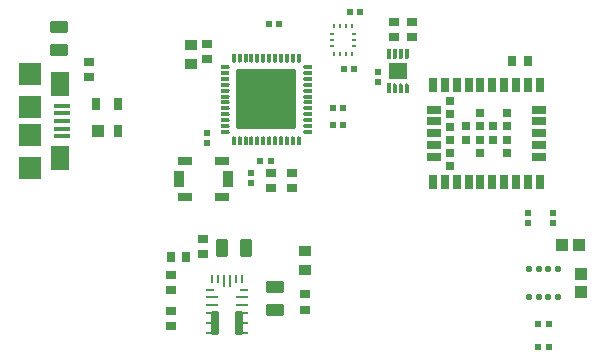
<source format=gtp>
G04*
G04 #@! TF.GenerationSoftware,Altium Limited,Altium Designer,20.2.8 (258)*
G04*
G04 Layer_Color=8421504*
%FSLAX44Y44*%
%MOMM*%
G71*
G04*
G04 #@! TF.SameCoordinates,AB2164AD-3A94-489E-A7C9-C1E693429951*
G04*
G04*
G04 #@! TF.FilePolarity,Positive*
G04*
G01*
G75*
%ADD15R,0.5400X0.6000*%
%ADD16R,0.2499X0.4501*%
%ADD17R,0.4501X0.2499*%
%ADD18R,0.9500X1.4001*%
%ADD19R,1.1501X0.7501*%
%ADD20R,1.1501X0.7000*%
%ADD21R,0.7000X1.1501*%
%ADD22R,0.7000X0.7000*%
%ADD23R,0.9000X0.7000*%
G04:AMPARAMS|DCode=24|XSize=1.95mm|YSize=0.6mm|CornerRadius=0.03mm|HoleSize=0mm|Usage=FLASHONLY|Rotation=90.000|XOffset=0mm|YOffset=0mm|HoleType=Round|Shape=RoundedRectangle|*
%AMROUNDEDRECTD24*
21,1,1.9500,0.5400,0,0,90.0*
21,1,1.8900,0.6000,0,0,90.0*
1,1,0.0600,0.2700,0.9450*
1,1,0.0600,0.2700,-0.9450*
1,1,0.0600,-0.2700,-0.9450*
1,1,0.0600,-0.2700,0.9450*
%
%ADD24ROUNDEDRECTD24*%
G04:AMPARAMS|DCode=25|XSize=0.2499mm|YSize=0.7mm|CornerRadius=0.075mm|HoleSize=0mm|Usage=FLASHONLY|Rotation=0.000|XOffset=0mm|YOffset=0mm|HoleType=Round|Shape=RoundedRectangle|*
%AMROUNDEDRECTD25*
21,1,0.2499,0.5501,0,0,0.0*
21,1,0.1000,0.7000,0,0,0.0*
1,1,0.1500,0.0500,-0.2750*
1,1,0.1500,-0.0500,-0.2750*
1,1,0.1500,-0.0500,0.2750*
1,1,0.1500,0.0500,0.2750*
%
%ADD25ROUNDEDRECTD25*%
G04:AMPARAMS|DCode=26|XSize=0.2499mm|YSize=1.1001mm|CornerRadius=0.075mm|HoleSize=0mm|Usage=FLASHONLY|Rotation=0.000|XOffset=0mm|YOffset=0mm|HoleType=Round|Shape=RoundedRectangle|*
%AMROUNDEDRECTD26*
21,1,0.2499,0.9501,0,0,0.0*
21,1,0.1000,1.1001,0,0,0.0*
1,1,0.1500,0.0500,-0.4751*
1,1,0.1500,-0.0500,-0.4751*
1,1,0.1500,-0.0500,0.4751*
1,1,0.1500,0.0500,0.4751*
%
%ADD26ROUNDEDRECTD26*%
G04:AMPARAMS|DCode=27|XSize=0.2499mm|YSize=0.7mm|CornerRadius=0.075mm|HoleSize=0mm|Usage=FLASHONLY|Rotation=90.000|XOffset=0mm|YOffset=0mm|HoleType=Round|Shape=RoundedRectangle|*
%AMROUNDEDRECTD27*
21,1,0.2499,0.5501,0,0,90.0*
21,1,0.1000,0.7000,0,0,90.0*
1,1,0.1500,0.2750,0.0500*
1,1,0.1500,0.2750,-0.0500*
1,1,0.1500,-0.2750,-0.0500*
1,1,0.1500,-0.2750,0.0500*
%
%ADD27ROUNDEDRECTD27*%
G04:AMPARAMS|DCode=28|XSize=0.2499mm|YSize=1.1001mm|CornerRadius=0.075mm|HoleSize=0mm|Usage=FLASHONLY|Rotation=90.000|XOffset=0mm|YOffset=0mm|HoleType=Round|Shape=RoundedRectangle|*
%AMROUNDEDRECTD28*
21,1,0.2499,0.9501,0,0,90.0*
21,1,0.1000,1.1001,0,0,90.0*
1,1,0.1500,0.4751,0.0500*
1,1,0.1500,0.4751,-0.0500*
1,1,0.1500,-0.4751,-0.0500*
1,1,0.1500,-0.4751,0.0500*
%
%ADD28ROUNDEDRECTD28*%
G04:AMPARAMS|DCode=29|XSize=0.2799mm|YSize=0.65mm|CornerRadius=0.0042mm|HoleSize=0mm|Usage=FLASHONLY|Rotation=180.000|XOffset=0mm|YOffset=0mm|HoleType=Round|Shape=RoundedRectangle|*
%AMROUNDEDRECTD29*
21,1,0.2799,0.6416,0,0,180.0*
21,1,0.2715,0.6500,0,0,180.0*
1,1,0.0084,-0.1358,0.3208*
1,1,0.0084,0.1358,0.3208*
1,1,0.0084,0.1358,-0.3208*
1,1,0.0084,-0.1358,-0.3208*
%
%ADD29ROUNDEDRECTD29*%
G04:AMPARAMS|DCode=30|XSize=0.65mm|YSize=0.2799mm|CornerRadius=0.0042mm|HoleSize=0mm|Usage=FLASHONLY|Rotation=180.000|XOffset=0mm|YOffset=0mm|HoleType=Round|Shape=RoundedRectangle|*
%AMROUNDEDRECTD30*
21,1,0.6500,0.2715,0,0,180.0*
21,1,0.6416,0.2799,0,0,180.0*
1,1,0.0084,-0.3208,0.1358*
1,1,0.0084,0.3208,0.1358*
1,1,0.0084,0.3208,-0.1358*
1,1,0.0084,-0.3208,-0.1358*
%
%ADD30ROUNDEDRECTD30*%
G04:AMPARAMS|DCode=31|XSize=5mm|YSize=5mm|CornerRadius=0.075mm|HoleSize=0mm|Usage=FLASHONLY|Rotation=180.000|XOffset=0mm|YOffset=0mm|HoleType=Round|Shape=RoundedRectangle|*
%AMROUNDEDRECTD31*
21,1,5.0000,4.8500,0,0,180.0*
21,1,4.8500,5.0000,0,0,180.0*
1,1,0.1500,-2.4250,2.4250*
1,1,0.1500,2.4250,2.4250*
1,1,0.1500,2.4250,-2.4250*
1,1,0.1500,-2.4250,-2.4250*
%
%ADD31ROUNDEDRECTD31*%
G04:AMPARAMS|DCode=32|XSize=0.3mm|YSize=0.7mm|CornerRadius=0.0045mm|HoleSize=0mm|Usage=FLASHONLY|Rotation=0.000|XOffset=0mm|YOffset=0mm|HoleType=Round|Shape=RoundedRectangle|*
%AMROUNDEDRECTD32*
21,1,0.3000,0.6910,0,0,0.0*
21,1,0.2910,0.7000,0,0,0.0*
1,1,0.0090,0.1455,-0.3455*
1,1,0.0090,-0.1455,-0.3455*
1,1,0.0090,-0.1455,0.3455*
1,1,0.0090,0.1455,0.3455*
%
%ADD32ROUNDEDRECTD32*%
G04:AMPARAMS|DCode=33|XSize=0.3mm|YSize=0.8499mm|CornerRadius=0.0045mm|HoleSize=0mm|Usage=FLASHONLY|Rotation=0.000|XOffset=0mm|YOffset=0mm|HoleType=Round|Shape=RoundedRectangle|*
%AMROUNDEDRECTD33*
21,1,0.3000,0.8409,0,0,0.0*
21,1,0.2910,0.8499,0,0,0.0*
1,1,0.0090,0.1455,-0.4204*
1,1,0.0090,-0.1455,-0.4204*
1,1,0.0090,-0.1455,0.4204*
1,1,0.0090,0.1455,0.4204*
%
%ADD33ROUNDEDRECTD33*%
G04:AMPARAMS|DCode=34|XSize=1.6mm|YSize=1.4001mm|CornerRadius=0.021mm|HoleSize=0mm|Usage=FLASHONLY|Rotation=0.000|XOffset=0mm|YOffset=0mm|HoleType=Round|Shape=RoundedRectangle|*
%AMROUNDEDRECTD34*
21,1,1.6000,1.3581,0,0,0.0*
21,1,1.5579,1.4001,0,0,0.0*
1,1,0.0420,0.7790,-0.6790*
1,1,0.0420,-0.7790,-0.6790*
1,1,0.0420,-0.7790,0.6790*
1,1,0.0420,0.7790,0.6790*
%
%ADD34ROUNDEDRECTD34*%
G04:AMPARAMS|DCode=35|XSize=0.5mm|YSize=0.5mm|CornerRadius=0.0625mm|HoleSize=0mm|Usage=FLASHONLY|Rotation=90.000|XOffset=0mm|YOffset=0mm|HoleType=Round|Shape=RoundedRectangle|*
%AMROUNDEDRECTD35*
21,1,0.5000,0.3750,0,0,90.0*
21,1,0.3750,0.5000,0,0,90.0*
1,1,0.1250,0.1875,0.1875*
1,1,0.1250,0.1875,-0.1875*
1,1,0.1250,-0.1875,-0.1875*
1,1,0.1250,-0.1875,0.1875*
%
%ADD35ROUNDEDRECTD35*%
G04:AMPARAMS|DCode=36|XSize=2.1001mm|YSize=1.6mm|CornerRadius=0.024mm|HoleSize=0mm|Usage=FLASHONLY|Rotation=90.000|XOffset=0mm|YOffset=0mm|HoleType=Round|Shape=RoundedRectangle|*
%AMROUNDEDRECTD36*
21,1,2.1001,1.5520,0,0,90.0*
21,1,2.0521,1.6000,0,0,90.0*
1,1,0.0480,0.7760,1.0260*
1,1,0.0480,0.7760,-1.0260*
1,1,0.0480,-0.7760,-1.0260*
1,1,0.0480,-0.7760,1.0260*
%
%ADD36ROUNDEDRECTD36*%
G04:AMPARAMS|DCode=37|XSize=1.8001mm|YSize=1.8999mm|CornerRadius=0.027mm|HoleSize=0mm|Usage=FLASHONLY|Rotation=90.000|XOffset=0mm|YOffset=0mm|HoleType=Round|Shape=RoundedRectangle|*
%AMROUNDEDRECTD37*
21,1,1.8001,1.8459,0,0,90.0*
21,1,1.7461,1.8999,0,0,90.0*
1,1,0.0540,0.9230,0.8730*
1,1,0.0540,0.9230,-0.8730*
1,1,0.0540,-0.9230,-0.8730*
1,1,0.0540,-0.9230,0.8730*
%
%ADD37ROUNDEDRECTD37*%
G04:AMPARAMS|DCode=38|XSize=1.8999mm|YSize=1.8999mm|CornerRadius=0.0285mm|HoleSize=0mm|Usage=FLASHONLY|Rotation=90.000|XOffset=0mm|YOffset=0mm|HoleType=Round|Shape=RoundedRectangle|*
%AMROUNDEDRECTD38*
21,1,1.8999,1.8429,0,0,90.0*
21,1,1.8429,1.8999,0,0,90.0*
1,1,0.0570,0.9215,0.9215*
1,1,0.0570,0.9215,-0.9215*
1,1,0.0570,-0.9215,-0.9215*
1,1,0.0570,-0.9215,0.9215*
%
%ADD38ROUNDEDRECTD38*%
G04:AMPARAMS|DCode=39|XSize=0.4001mm|YSize=1.35mm|CornerRadius=0.006mm|HoleSize=0mm|Usage=FLASHONLY|Rotation=90.000|XOffset=0mm|YOffset=0mm|HoleType=Round|Shape=RoundedRectangle|*
%AMROUNDEDRECTD39*
21,1,0.4001,1.3380,0,0,90.0*
21,1,0.3881,1.3500,0,0,90.0*
1,1,0.0120,0.6690,0.1940*
1,1,0.0120,0.6690,-0.1940*
1,1,0.0120,-0.6690,-0.1940*
1,1,0.0120,-0.6690,0.1940*
%
%ADD39ROUNDEDRECTD39*%
G04:AMPARAMS|DCode=40|XSize=1mm|YSize=1mm|CornerRadius=0.015mm|HoleSize=0mm|Usage=FLASHONLY|Rotation=90.000|XOffset=0mm|YOffset=0mm|HoleType=Round|Shape=RoundedRectangle|*
%AMROUNDEDRECTD40*
21,1,1.0000,0.9700,0,0,90.0*
21,1,0.9700,1.0000,0,0,90.0*
1,1,0.0300,0.4850,0.4850*
1,1,0.0300,0.4850,-0.4850*
1,1,0.0300,-0.4850,-0.4850*
1,1,0.0300,-0.4850,0.4850*
%
%ADD40ROUNDEDRECTD40*%
G04:AMPARAMS|DCode=41|XSize=1mm|YSize=0.6mm|CornerRadius=0.009mm|HoleSize=0mm|Usage=FLASHONLY|Rotation=90.000|XOffset=0mm|YOffset=0mm|HoleType=Round|Shape=RoundedRectangle|*
%AMROUNDEDRECTD41*
21,1,1.0000,0.5820,0,0,90.0*
21,1,0.9820,0.6000,0,0,90.0*
1,1,0.0180,0.2910,0.4910*
1,1,0.0180,0.2910,-0.4910*
1,1,0.0180,-0.2910,-0.4910*
1,1,0.0180,-0.2910,0.4910*
%
%ADD41ROUNDEDRECTD41*%
G04:AMPARAMS|DCode=42|XSize=0.8999mm|YSize=0.95mm|CornerRadius=0.0135mm|HoleSize=0mm|Usage=FLASHONLY|Rotation=270.000|XOffset=0mm|YOffset=0mm|HoleType=Round|Shape=RoundedRectangle|*
%AMROUNDEDRECTD42*
21,1,0.8999,0.9230,0,0,270.0*
21,1,0.8729,0.9500,0,0,270.0*
1,1,0.0270,-0.4615,-0.4365*
1,1,0.0270,-0.4615,0.4365*
1,1,0.0270,0.4615,0.4365*
1,1,0.0270,0.4615,-0.4365*
%
%ADD42ROUNDEDRECTD42*%
G04:AMPARAMS|DCode=43|XSize=0.95mm|YSize=1.4501mm|CornerRadius=0.0143mm|HoleSize=0mm|Usage=FLASHONLY|Rotation=90.000|XOffset=0mm|YOffset=0mm|HoleType=Round|Shape=RoundedRectangle|*
%AMROUNDEDRECTD43*
21,1,0.9500,1.4216,0,0,90.0*
21,1,0.9215,1.4501,0,0,90.0*
1,1,0.0285,0.7108,0.4607*
1,1,0.0285,0.7108,-0.4607*
1,1,0.0285,-0.7108,-0.4607*
1,1,0.0285,-0.7108,0.4607*
%
%ADD43ROUNDEDRECTD43*%
G04:AMPARAMS|DCode=44|XSize=0.95mm|YSize=1.4501mm|CornerRadius=0.0143mm|HoleSize=0mm|Usage=FLASHONLY|Rotation=180.000|XOffset=0mm|YOffset=0mm|HoleType=Round|Shape=RoundedRectangle|*
%AMROUNDEDRECTD44*
21,1,0.9500,1.4216,0,0,180.0*
21,1,0.9215,1.4501,0,0,180.0*
1,1,0.0285,-0.4607,0.7108*
1,1,0.0285,0.4607,0.7108*
1,1,0.0285,0.4607,-0.7108*
1,1,0.0285,-0.4607,-0.7108*
%
%ADD44ROUNDEDRECTD44*%
%ADD45R,0.6000X0.5400*%
%ADD46R,0.7000X0.9000*%
%ADD47R,1.0200X1.0400*%
%ADD48R,1.0400X1.0200*%
G36*
X547599Y520348D02*
Y520180D01*
X547470Y519868D01*
X547231Y519629D01*
X546920Y519500D01*
X546751D01*
X546582Y519500D01*
X546269Y519629D01*
X546030Y519867D01*
X545900Y520179D01*
X545900Y520348D01*
X545900Y520348D01*
Y526749D01*
X547599D01*
Y520348D01*
D02*
G37*
G36*
X542600Y520348D02*
X542600Y520179D01*
X542470Y519867D01*
X542231Y519629D01*
X541918Y519500D01*
X541749Y519500D01*
X541581Y519500D01*
X541269Y519629D01*
X541030Y519868D01*
X540901Y520180D01*
Y520348D01*
Y526749D01*
X542600D01*
Y520348D01*
D02*
G37*
G36*
X537599Y520348D02*
Y520180D01*
X537470Y519868D01*
X537231Y519629D01*
X536920Y519500D01*
X536751D01*
X536582Y519500D01*
X536269Y519629D01*
X536030Y519867D01*
X535900Y520179D01*
X535900Y520348D01*
X535900Y520348D01*
Y526749D01*
X537599D01*
Y520348D01*
D02*
G37*
G36*
X532600Y520348D02*
X532600Y520179D01*
X532470Y519867D01*
X532231Y519629D01*
X531918Y519500D01*
X531749Y519500D01*
X531581Y519500D01*
X531269Y519629D01*
X531030Y519868D01*
X530901Y520180D01*
Y520348D01*
Y526749D01*
X532600D01*
Y520348D01*
D02*
G37*
G36*
X527599Y520348D02*
Y520180D01*
X527470Y519868D01*
X527231Y519629D01*
X526920Y519500D01*
X526751D01*
X526582Y519500D01*
X526269Y519629D01*
X526030Y519867D01*
X525900Y520179D01*
X525900Y520348D01*
X525900Y520348D01*
Y526749D01*
X527599D01*
Y520348D01*
D02*
G37*
G36*
X522600Y520348D02*
X522600Y520179D01*
X522470Y519867D01*
X522231Y519629D01*
X521918Y519500D01*
X521750Y519500D01*
X521581Y519500D01*
X521269Y519629D01*
X521030Y519868D01*
X520901Y520180D01*
Y520348D01*
Y526749D01*
X522600D01*
Y520348D01*
D02*
G37*
G36*
X517599Y520348D02*
Y520180D01*
X517470Y519868D01*
X517231Y519629D01*
X516920Y519500D01*
X516751D01*
X516582Y519500D01*
X516269Y519629D01*
X516030Y519867D01*
X515900Y520179D01*
X515900Y520348D01*
X515900Y520348D01*
Y526749D01*
X517599D01*
Y520348D01*
D02*
G37*
G36*
X512600Y520348D02*
X512600Y520179D01*
X512470Y519867D01*
X512231Y519629D01*
X511919Y519500D01*
X511750Y519500D01*
X511581Y519500D01*
X511269Y519629D01*
X511030Y519868D01*
X510901Y520180D01*
Y520348D01*
Y526749D01*
X512600D01*
Y520348D01*
D02*
G37*
G36*
X507882Y516719D02*
X508120Y516480D01*
X508249Y516169D01*
Y516000D01*
X508250Y515831D01*
X508121Y515518D01*
X507882Y515279D01*
X507570Y515149D01*
X507401Y515149D01*
Y515149D01*
X501000D01*
Y516848D01*
X507570D01*
X507882Y516719D01*
D02*
G37*
G36*
X507570Y511849D02*
X507882Y511720D01*
X508121Y511480D01*
X508250Y511168D01*
X508249Y510999D01*
Y510830D01*
X508120Y510518D01*
X507882Y510279D01*
X507570Y510150D01*
X501000D01*
Y511850D01*
X507401D01*
X507570Y511849D01*
D02*
G37*
G36*
X507882Y506719D02*
X508120Y506480D01*
X508249Y506169D01*
Y506000D01*
X508250Y505831D01*
X508121Y505518D01*
X507882Y505279D01*
X507570Y505149D01*
X507401Y505149D01*
Y505149D01*
X501000D01*
Y506848D01*
X507570D01*
X507882Y506719D01*
D02*
G37*
G36*
X507570Y501849D02*
X507882Y501720D01*
X508121Y501480D01*
X508250Y501168D01*
X508249Y500999D01*
Y500830D01*
X508120Y500518D01*
X507882Y500280D01*
X507570Y500150D01*
X501000D01*
Y501850D01*
X507401D01*
X507570Y501849D01*
D02*
G37*
G36*
X545900Y498850D02*
X532550D01*
Y512200D01*
X545900D01*
Y498850D01*
D02*
G37*
G36*
X528900D02*
X515549D01*
Y512200D01*
X528900D01*
Y498850D01*
D02*
G37*
G36*
X507882Y496719D02*
X508120Y496480D01*
X508249Y496169D01*
Y496000D01*
X508250Y495831D01*
X508121Y495518D01*
X507882Y495279D01*
X507570Y495149D01*
X507401Y495149D01*
Y495149D01*
X501000D01*
Y496848D01*
X507570D01*
X507882Y496719D01*
D02*
G37*
G36*
X507570Y491849D02*
X507882Y491720D01*
X508121Y491480D01*
X508250Y491168D01*
X508249Y490999D01*
Y490830D01*
X508120Y490518D01*
X507882Y490280D01*
X507570Y490150D01*
X501000D01*
Y491850D01*
X507401D01*
X507570Y491849D01*
D02*
G37*
G36*
X507882Y486719D02*
X508120Y486480D01*
X508249Y486169D01*
Y486000D01*
X508250Y485831D01*
X508121Y485518D01*
X507882Y485279D01*
X507570Y485149D01*
X507401Y485149D01*
Y485149D01*
X501000D01*
Y486848D01*
X507570D01*
X507882Y486719D01*
D02*
G37*
G36*
X545900Y481850D02*
X532550D01*
Y495200D01*
X545900D01*
Y481850D01*
D02*
G37*
G36*
X528900D02*
X515549D01*
Y495200D01*
X528900D01*
Y481850D01*
D02*
G37*
G36*
X507570Y481849D02*
X507882Y481720D01*
X508121Y481480D01*
X508250Y481168D01*
X508249Y480999D01*
Y480830D01*
X508120Y480518D01*
X507882Y480280D01*
X507570Y480150D01*
X501000D01*
Y481850D01*
X507401D01*
X507570Y481849D01*
D02*
G37*
G36*
X507882Y476719D02*
X508120Y476481D01*
X508249Y476169D01*
Y476000D01*
X508250Y475831D01*
X508121Y475518D01*
X507882Y475279D01*
X507570Y475149D01*
X507401Y475149D01*
Y475149D01*
X501000D01*
Y476848D01*
X507570D01*
X507882Y476719D01*
D02*
G37*
G36*
X507570Y471849D02*
X507882Y471720D01*
X508121Y471480D01*
X508250Y471168D01*
X508249Y470999D01*
Y470830D01*
X508120Y470518D01*
X507882Y470280D01*
X507570Y470150D01*
X501000D01*
Y471850D01*
X507401D01*
X507570Y471849D01*
D02*
G37*
G36*
X507882Y466719D02*
X508120Y466481D01*
X508249Y466169D01*
Y466000D01*
X508250Y465831D01*
X508121Y465519D01*
X507882Y465279D01*
X507570Y465149D01*
X507401Y465149D01*
Y465149D01*
X501000D01*
Y466848D01*
X507570D01*
X507882Y466719D01*
D02*
G37*
G36*
X545900Y464849D02*
X532550D01*
Y478200D01*
X545900D01*
Y464849D01*
D02*
G37*
G36*
X528900D02*
X515549D01*
Y478200D01*
X528900D01*
Y464849D01*
D02*
G37*
G36*
X507570Y461849D02*
X507882Y461720D01*
X508121Y461480D01*
X508250Y461168D01*
X508249Y460999D01*
Y460830D01*
X508120Y460518D01*
X507882Y460280D01*
X507570Y460150D01*
X501000D01*
Y461850D01*
X507401D01*
X507570Y461849D01*
D02*
G37*
G36*
X546751Y457499D02*
X546920D01*
X547231Y457369D01*
X547470Y457131D01*
X547599Y456819D01*
Y456650D01*
Y450249D01*
X545900D01*
X545900Y456650D01*
X545900Y456819D01*
X546030Y457131D01*
X546269Y457370D01*
X546582Y457499D01*
X546751Y457499D01*
D02*
G37*
G36*
X542231Y457370D02*
X542470Y457131D01*
X542600Y456819D01*
X542600Y456650D01*
Y450249D01*
X540901D01*
Y456650D01*
Y456819D01*
X541030Y457131D01*
X541269Y457369D01*
X541581Y457499D01*
X541749D01*
X541918Y457499D01*
X542231Y457370D01*
D02*
G37*
G36*
X536751Y457499D02*
X536920D01*
X537231Y457369D01*
X537470Y457131D01*
X537599Y456819D01*
Y456650D01*
Y450249D01*
X535900D01*
X535900Y456650D01*
X535900Y456819D01*
X536030Y457131D01*
X536269Y457370D01*
X536582Y457499D01*
X536751Y457499D01*
D02*
G37*
G36*
X532231Y457370D02*
X532470Y457131D01*
X532600Y456819D01*
X532600Y456650D01*
Y450249D01*
X530901D01*
Y456650D01*
Y456819D01*
X531030Y457131D01*
X531269Y457369D01*
X531581Y457499D01*
X531749D01*
X531918Y457499D01*
X532231Y457370D01*
D02*
G37*
G36*
X526751Y457499D02*
X526920D01*
X527231Y457369D01*
X527470Y457131D01*
X527599Y456819D01*
Y456650D01*
Y450249D01*
X525900D01*
X525900Y456650D01*
X525900Y456819D01*
X526030Y457131D01*
X526269Y457370D01*
X526582Y457499D01*
X526751Y457499D01*
D02*
G37*
G36*
X522231Y457370D02*
X522470Y457131D01*
X522600Y456819D01*
X522600Y456650D01*
Y450249D01*
X520901D01*
Y456650D01*
Y456819D01*
X521030Y457131D01*
X521269Y457369D01*
X521581Y457499D01*
X521749D01*
X521918Y457499D01*
X522231Y457370D01*
D02*
G37*
G36*
X516751Y457499D02*
X516920D01*
X517231Y457369D01*
X517470Y457131D01*
X517599Y456819D01*
Y456650D01*
Y450249D01*
X515900D01*
X515900Y456650D01*
X515900Y456819D01*
X516030Y457131D01*
X516269Y457370D01*
X516582Y457499D01*
X516751Y457499D01*
D02*
G37*
G36*
X512231Y457370D02*
X512470Y457131D01*
X512600Y456819D01*
X512600Y456650D01*
Y450249D01*
X510901D01*
Y456650D01*
Y456819D01*
X511030Y457131D01*
X511269Y457369D01*
X511581Y457499D01*
X511749D01*
X511919Y457499D01*
X512231Y457370D01*
D02*
G37*
G36*
X659750Y524250D02*
Y523971D01*
X659537Y523457D01*
X659143Y523063D01*
X658629Y522850D01*
X657871D01*
X657357Y523063D01*
X656963Y523457D01*
X656750Y523971D01*
Y524250D01*
Y531250D01*
X659750D01*
Y524250D01*
D02*
G37*
G36*
X654751D02*
Y523971D01*
X654538Y523457D01*
X654144Y523063D01*
X653630Y522850D01*
X652872D01*
X652358Y523063D01*
X651964Y523457D01*
X651751Y523971D01*
Y524250D01*
Y531250D01*
X654751D01*
Y524250D01*
D02*
G37*
G36*
X649750D02*
Y523971D01*
X649537Y523457D01*
X649143Y523063D01*
X648629Y522850D01*
X647871D01*
X647357Y523063D01*
X646963Y523457D01*
X646750Y523971D01*
Y524250D01*
Y531250D01*
X649750D01*
Y524250D01*
D02*
G37*
G36*
X644751Y524199D02*
Y523921D01*
X644538Y523406D01*
X644144Y523013D01*
X643630Y522800D01*
X642872D01*
X642358Y523013D01*
X641964Y523406D01*
X641751Y523921D01*
Y524199D01*
Y531199D01*
X644751D01*
Y524199D01*
D02*
G37*
G36*
X567599Y520348D02*
Y520180D01*
X567470Y519868D01*
X567231Y519629D01*
X566920Y519500D01*
X566751D01*
X566582Y519500D01*
X566269Y519629D01*
X566030Y519867D01*
X565900Y520179D01*
X565900Y520348D01*
X565900Y520348D01*
Y526749D01*
X567599D01*
Y520348D01*
D02*
G37*
G36*
X562600Y520348D02*
X562600Y520179D01*
X562470Y519867D01*
X562231Y519629D01*
X561918Y519500D01*
X561749Y519500D01*
X561581Y519500D01*
X561269Y519629D01*
X561030Y519868D01*
X560901Y520180D01*
Y520348D01*
Y526749D01*
X562600D01*
Y520348D01*
D02*
G37*
G36*
X557599Y520348D02*
Y520180D01*
X557470Y519868D01*
X557231Y519629D01*
X556920Y519500D01*
X556751D01*
X556582Y519500D01*
X556269Y519629D01*
X556030Y519867D01*
X555900Y520179D01*
X555900Y520348D01*
X555900Y520348D01*
Y526749D01*
X557599D01*
Y520348D01*
D02*
G37*
G36*
X552600Y520348D02*
X552600Y520179D01*
X552470Y519867D01*
X552231Y519629D01*
X551918Y519500D01*
X551749Y519500D01*
X551581Y519500D01*
X551269Y519629D01*
X551030Y519868D01*
X550901Y520180D01*
Y520348D01*
Y526749D01*
X552600D01*
Y520348D01*
D02*
G37*
G36*
X577500Y515149D02*
X571099Y515149D01*
X570930Y515149D01*
X570618Y515279D01*
X570379Y515518D01*
X570251Y515831D01*
X570251Y516000D01*
X570251Y516169D01*
X570380Y516480D01*
X570619Y516719D01*
X570930Y516848D01*
X577500D01*
Y515149D01*
D02*
G37*
G36*
X658251Y513501D02*
X651751D01*
Y519000D01*
X658251D01*
Y513501D01*
D02*
G37*
G36*
X649750D02*
X643250D01*
Y519000D01*
X649750D01*
Y513501D01*
D02*
G37*
G36*
X577500Y510150D02*
X570930D01*
X570619Y510279D01*
X570380Y510518D01*
X570251Y510830D01*
Y510999D01*
X570251Y511168D01*
X570379Y511480D01*
X570618Y511720D01*
X570930Y511849D01*
X571099Y511850D01*
X577500D01*
Y510150D01*
D02*
G37*
G36*
X658251Y506000D02*
X651751D01*
Y511499D01*
X658251D01*
Y506000D01*
D02*
G37*
G36*
X649750D02*
X643250D01*
Y511499D01*
X649750D01*
Y506000D01*
D02*
G37*
G36*
X577500Y505149D02*
X571099Y505149D01*
X570930Y505149D01*
X570618Y505279D01*
X570379Y505518D01*
X570251Y505831D01*
X570251Y506000D01*
X570251Y506169D01*
X570380Y506480D01*
X570619Y506719D01*
X570930Y506848D01*
X577500D01*
Y505149D01*
D02*
G37*
G36*
Y500150D02*
X570930D01*
X570619Y500280D01*
X570380Y500518D01*
X570251Y500830D01*
Y500999D01*
X570251Y501168D01*
X570379Y501480D01*
X570618Y501720D01*
X570930Y501849D01*
X571099Y501850D01*
X577500D01*
Y500150D01*
D02*
G37*
G36*
X562900Y498850D02*
X549550D01*
Y512200D01*
X562900D01*
Y498850D01*
D02*
G37*
G36*
X577500Y495149D02*
X571099Y495149D01*
X570930Y495149D01*
X570618Y495279D01*
X570379Y495518D01*
X570251Y495831D01*
X570251Y496000D01*
X570251Y496169D01*
X570380Y496480D01*
X570619Y496719D01*
X570930Y496848D01*
X577500D01*
Y495149D01*
D02*
G37*
G36*
X659143Y501936D02*
X659537Y501543D01*
X659750Y501028D01*
Y500750D01*
Y493750D01*
X656750D01*
Y500750D01*
Y501028D01*
X656963Y501543D01*
X657357Y501936D01*
X657871Y502149D01*
X658629D01*
X659143Y501936D01*
D02*
G37*
G36*
X654144D02*
X654538Y501543D01*
X654751Y501028D01*
Y500750D01*
Y493750D01*
X651751D01*
Y500750D01*
Y501028D01*
X651964Y501543D01*
X652358Y501936D01*
X652872Y502149D01*
X653630D01*
X654144Y501936D01*
D02*
G37*
G36*
X649143D02*
X649537Y501543D01*
X649750Y501028D01*
Y500750D01*
Y493750D01*
X646750D01*
Y500750D01*
Y501028D01*
X646963Y501543D01*
X647357Y501936D01*
X647871Y502149D01*
X648629D01*
X649143Y501936D01*
D02*
G37*
G36*
X644751Y493750D02*
X641751D01*
Y502251D01*
X644751D01*
Y493750D01*
D02*
G37*
G36*
X577500Y490150D02*
X570930D01*
X570619Y490280D01*
X570380Y490518D01*
X570251Y490830D01*
Y490999D01*
X570251Y491168D01*
X570379Y491480D01*
X570618Y491720D01*
X570930Y491849D01*
X571099Y491850D01*
X577500D01*
Y490150D01*
D02*
G37*
G36*
Y485149D02*
X571099Y485149D01*
X570930Y485149D01*
X570618Y485279D01*
X570379Y485518D01*
X570251Y485831D01*
X570251Y486000D01*
X570251Y486169D01*
X570380Y486480D01*
X570619Y486719D01*
X570930Y486848D01*
X577500D01*
Y485149D01*
D02*
G37*
G36*
X562900Y481850D02*
X549550D01*
Y495200D01*
X562900D01*
Y481850D01*
D02*
G37*
G36*
X577500Y480150D02*
X570930D01*
X570619Y480280D01*
X570380Y480518D01*
X570251Y480830D01*
Y480999D01*
X570251Y481168D01*
X570379Y481480D01*
X570618Y481720D01*
X570930Y481849D01*
X571099Y481850D01*
X577500D01*
Y480150D01*
D02*
G37*
G36*
Y475149D02*
X571099Y475149D01*
X570930Y475149D01*
X570618Y475279D01*
X570379Y475518D01*
X570251Y475831D01*
X570251Y476000D01*
X570251Y476169D01*
X570380Y476481D01*
X570619Y476719D01*
X570930Y476848D01*
X577500D01*
Y475149D01*
D02*
G37*
G36*
Y470150D02*
X570930D01*
X570619Y470280D01*
X570380Y470518D01*
X570251Y470830D01*
Y470999D01*
X570251Y471168D01*
X570379Y471480D01*
X570618Y471720D01*
X570930Y471849D01*
X571099Y471850D01*
X577500D01*
Y470150D01*
D02*
G37*
G36*
Y465149D02*
X571099Y465149D01*
X570930Y465149D01*
X570618Y465279D01*
X570379Y465519D01*
X570251Y465831D01*
X570251Y466000D01*
X570251Y466169D01*
X570380Y466481D01*
X570619Y466719D01*
X570930Y466848D01*
X577500D01*
Y465149D01*
D02*
G37*
G36*
X562900Y464849D02*
X549550D01*
Y478200D01*
X562900D01*
Y464849D01*
D02*
G37*
G36*
X577500Y460150D02*
X570930D01*
X570619Y460280D01*
X570380Y460518D01*
X570251Y460830D01*
Y460999D01*
X570251Y461168D01*
X570379Y461480D01*
X570618Y461720D01*
X570930Y461849D01*
X571099Y461850D01*
X577500D01*
Y460150D01*
D02*
G37*
G36*
X566751Y457499D02*
X566920D01*
X567231Y457369D01*
X567470Y457131D01*
X567599Y456819D01*
Y456650D01*
Y450249D01*
X565900D01*
X565900Y456650D01*
X565900Y456819D01*
X566030Y457131D01*
X566269Y457370D01*
X566582Y457499D01*
X566751Y457499D01*
D02*
G37*
G36*
X562231Y457370D02*
X562470Y457131D01*
X562600Y456819D01*
X562600Y456650D01*
Y450249D01*
X560901D01*
Y456650D01*
Y456819D01*
X561030Y457131D01*
X561269Y457369D01*
X561581Y457499D01*
X561749D01*
X561918Y457499D01*
X562231Y457370D01*
D02*
G37*
G36*
X556751Y457499D02*
X556920D01*
X557231Y457369D01*
X557470Y457131D01*
X557599Y456819D01*
Y456650D01*
Y450249D01*
X555900D01*
X555900Y456650D01*
X555900Y456819D01*
X556030Y457131D01*
X556269Y457370D01*
X556582Y457499D01*
X556751Y457499D01*
D02*
G37*
G36*
X552231Y457370D02*
X552470Y457131D01*
X552600Y456819D01*
X552600Y456650D01*
Y450249D01*
X550901D01*
Y456650D01*
Y456819D01*
X551030Y457131D01*
X551269Y457369D01*
X551581Y457499D01*
X551749D01*
X551918Y457499D01*
X552231Y457370D01*
D02*
G37*
D15*
X543070Y436750D02*
D03*
X534430D02*
D03*
X541430Y552750D02*
D03*
X550070D02*
D03*
X605180Y514000D02*
D03*
X613820D02*
D03*
X618820Y562750D02*
D03*
X610180D02*
D03*
X604320Y481000D02*
D03*
X595680D02*
D03*
X604320Y467000D02*
D03*
X595680D02*
D03*
X769680Y279000D02*
D03*
X778320D02*
D03*
X769680Y298000D02*
D03*
X778320D02*
D03*
D16*
X596499Y527250D02*
D03*
X601501D02*
D03*
X606499D02*
D03*
X611501D02*
D03*
Y550750D02*
D03*
X606499D02*
D03*
X601501D02*
D03*
X596499D02*
D03*
D17*
X613251Y533999D02*
D03*
Y539000D02*
D03*
Y544001D02*
D03*
X594749D02*
D03*
Y539000D02*
D03*
Y533999D02*
D03*
D18*
X507000Y421000D02*
D03*
X465502D02*
D03*
D19*
X502001Y405750D02*
D03*
Y436250D02*
D03*
X470500Y405750D02*
D03*
Y436250D02*
D03*
D20*
X681419Y439890D02*
D03*
X769921Y459890D02*
D03*
Y449890D02*
D03*
Y439890D02*
D03*
Y469890D02*
D03*
Y479890D02*
D03*
X681419Y449890D02*
D03*
Y459890D02*
D03*
Y479890D02*
D03*
Y469890D02*
D03*
D21*
X680670Y418640D02*
D03*
X690670D02*
D03*
X700670D02*
D03*
X710670D02*
D03*
X720670D02*
D03*
X730670D02*
D03*
X740670D02*
D03*
X750670D02*
D03*
X760670D02*
D03*
X770670D02*
D03*
X680670Y501139D02*
D03*
X690670D02*
D03*
X700670D02*
D03*
X710670D02*
D03*
X720670D02*
D03*
X730670D02*
D03*
X740670D02*
D03*
X750670D02*
D03*
X760670D02*
D03*
X770670D02*
D03*
D22*
X695168Y465389D02*
D03*
Y476390D02*
D03*
Y487391D02*
D03*
Y454391D02*
D03*
Y443390D02*
D03*
Y432389D02*
D03*
X708470Y454391D02*
D03*
Y465889D02*
D03*
X719969Y454391D02*
D03*
Y442890D02*
D03*
Y465889D02*
D03*
Y477391D02*
D03*
X731470Y465889D02*
D03*
Y454391D02*
D03*
X742969D02*
D03*
Y465889D02*
D03*
Y477391D02*
D03*
Y442890D02*
D03*
D23*
X572000Y310500D02*
D03*
Y323500D02*
D03*
X561000Y426500D02*
D03*
Y413500D02*
D03*
X458750Y327000D02*
D03*
Y340000D02*
D03*
X459000Y309500D02*
D03*
Y296500D02*
D03*
X485750Y370250D02*
D03*
Y357250D02*
D03*
X389000Y520500D02*
D03*
Y507500D02*
D03*
X647750Y541250D02*
D03*
Y554250D02*
D03*
X663000D02*
D03*
Y541250D02*
D03*
X543000Y426500D02*
D03*
Y413500D02*
D03*
X489250Y522500D02*
D03*
Y535500D02*
D03*
D24*
X516000Y299501D02*
D03*
X496000D02*
D03*
D25*
X493501Y336501D02*
D03*
X498499D02*
D03*
X513501D02*
D03*
X518499D02*
D03*
D26*
X503501Y334499D02*
D03*
X508499D02*
D03*
D27*
X520501Y327499D02*
D03*
Y307999D02*
D03*
Y299501D02*
D03*
Y290999D02*
D03*
X491499D02*
D03*
Y299501D02*
D03*
Y307999D02*
D03*
Y327499D02*
D03*
D28*
X518499Y320999D02*
D03*
Y314499D02*
D03*
X493501D02*
D03*
Y320999D02*
D03*
D29*
X566751Y453249D02*
D03*
X561749D02*
D03*
X556751D02*
D03*
X551749D02*
D03*
X546751D02*
D03*
X541749D02*
D03*
X536751D02*
D03*
X531749D02*
D03*
X526751D02*
D03*
X521749D02*
D03*
X516751D02*
D03*
X511749D02*
D03*
Y523749D02*
D03*
X516751D02*
D03*
X521749D02*
D03*
X526751D02*
D03*
X531749D02*
D03*
X536751D02*
D03*
X541749D02*
D03*
X546751D02*
D03*
X551749D02*
D03*
X556751D02*
D03*
X561749D02*
D03*
X566751D02*
D03*
D30*
X504000Y460999D02*
D03*
Y466000D02*
D03*
Y470999D02*
D03*
Y476000D02*
D03*
Y480999D02*
D03*
Y486000D02*
D03*
Y490999D02*
D03*
Y496000D02*
D03*
Y500999D02*
D03*
Y506000D02*
D03*
Y510999D02*
D03*
Y516000D02*
D03*
X574500D02*
D03*
Y510999D02*
D03*
Y506000D02*
D03*
Y500999D02*
D03*
Y496000D02*
D03*
Y490999D02*
D03*
Y486000D02*
D03*
Y480999D02*
D03*
Y476000D02*
D03*
Y470999D02*
D03*
Y466000D02*
D03*
Y460999D02*
D03*
D31*
X539250Y488499D02*
D03*
D32*
X653250Y497250D02*
D03*
X648251D02*
D03*
X658251D02*
D03*
Y527750D02*
D03*
X653250D02*
D03*
X648251D02*
D03*
X643250D02*
D03*
D33*
Y497999D02*
D03*
D34*
X650751Y512500D02*
D03*
D35*
X762000Y321000D02*
D03*
X770000D02*
D03*
X778000D02*
D03*
X786200D02*
D03*
X786000Y345000D02*
D03*
X778000D02*
D03*
X770000D02*
D03*
X762000D02*
D03*
D36*
X364750Y501251D02*
D03*
Y439249D02*
D03*
D37*
X339251Y510250D02*
D03*
Y430250D02*
D03*
D38*
Y482249D02*
D03*
Y458251D02*
D03*
D39*
X366000Y457250D02*
D03*
Y463750D02*
D03*
Y470250D02*
D03*
Y476750D02*
D03*
Y483250D02*
D03*
D40*
X397000Y462000D02*
D03*
D41*
X414000D02*
D03*
Y485002D02*
D03*
X395001D02*
D03*
D42*
X572000Y343999D02*
D03*
Y360001D02*
D03*
X475500Y518749D02*
D03*
Y534751D02*
D03*
D43*
X547000Y330000D02*
D03*
Y310000D02*
D03*
X364000Y550000D02*
D03*
Y530000D02*
D03*
D44*
X522000Y363000D02*
D03*
X502000D02*
D03*
D45*
X489500Y460320D02*
D03*
Y451680D02*
D03*
X633750Y512070D02*
D03*
Y503430D02*
D03*
X761000Y383680D02*
D03*
Y392320D02*
D03*
X782000D02*
D03*
Y383680D02*
D03*
X526000Y426320D02*
D03*
Y417680D02*
D03*
D46*
X471500Y355000D02*
D03*
X458500D02*
D03*
X760500Y521000D02*
D03*
X747500D02*
D03*
D47*
X806000Y340350D02*
D03*
Y325650D02*
D03*
D48*
X804350Y365500D02*
D03*
X789650D02*
D03*
M02*

</source>
